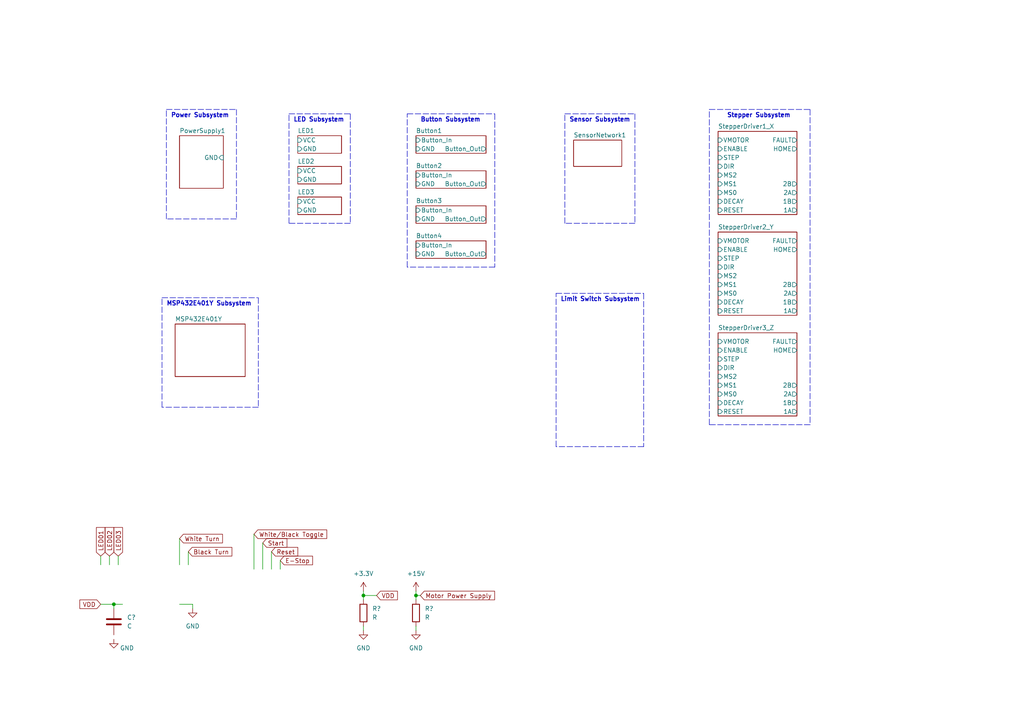
<source format=kicad_sch>
(kicad_sch (version 20211123) (generator eeschema)

  (uuid 724c0081-39e8-4eb2-8821-50e5b8b14ba5)

  (paper "A4")

  (title_block
    (title "Top Level Schematic")
    (rev "1")
    (company "The Great Gambit")
  )

  (lib_symbols
    (symbol "Device:C" (pin_numbers hide) (pin_names (offset 0.254)) (in_bom yes) (on_board yes)
      (property "Reference" "C" (id 0) (at 0.635 2.54 0)
        (effects (font (size 1.27 1.27)) (justify left))
      )
      (property "Value" "C" (id 1) (at 0.635 -2.54 0)
        (effects (font (size 1.27 1.27)) (justify left))
      )
      (property "Footprint" "" (id 2) (at 0.9652 -3.81 0)
        (effects (font (size 1.27 1.27)) hide)
      )
      (property "Datasheet" "~" (id 3) (at 0 0 0)
        (effects (font (size 1.27 1.27)) hide)
      )
      (property "ki_keywords" "cap capacitor" (id 4) (at 0 0 0)
        (effects (font (size 1.27 1.27)) hide)
      )
      (property "ki_description" "Unpolarized capacitor" (id 5) (at 0 0 0)
        (effects (font (size 1.27 1.27)) hide)
      )
      (property "ki_fp_filters" "C_*" (id 6) (at 0 0 0)
        (effects (font (size 1.27 1.27)) hide)
      )
      (symbol "C_0_1"
        (polyline
          (pts
            (xy -2.032 -0.762)
            (xy 2.032 -0.762)
          )
          (stroke (width 0.508) (type default) (color 0 0 0 0))
          (fill (type none))
        )
        (polyline
          (pts
            (xy -2.032 0.762)
            (xy 2.032 0.762)
          )
          (stroke (width 0.508) (type default) (color 0 0 0 0))
          (fill (type none))
        )
      )
      (symbol "C_1_1"
        (pin passive line (at 0 3.81 270) (length 2.794)
          (name "~" (effects (font (size 1.27 1.27))))
          (number "1" (effects (font (size 1.27 1.27))))
        )
        (pin passive line (at 0 -3.81 90) (length 2.794)
          (name "~" (effects (font (size 1.27 1.27))))
          (number "2" (effects (font (size 1.27 1.27))))
        )
      )
    )
    (symbol "Device:R" (pin_numbers hide) (pin_names (offset 0)) (in_bom yes) (on_board yes)
      (property "Reference" "R" (id 0) (at 2.032 0 90)
        (effects (font (size 1.27 1.27)))
      )
      (property "Value" "R" (id 1) (at 0 0 90)
        (effects (font (size 1.27 1.27)))
      )
      (property "Footprint" "" (id 2) (at -1.778 0 90)
        (effects (font (size 1.27 1.27)) hide)
      )
      (property "Datasheet" "~" (id 3) (at 0 0 0)
        (effects (font (size 1.27 1.27)) hide)
      )
      (property "ki_keywords" "R res resistor" (id 4) (at 0 0 0)
        (effects (font (size 1.27 1.27)) hide)
      )
      (property "ki_description" "Resistor" (id 5) (at 0 0 0)
        (effects (font (size 1.27 1.27)) hide)
      )
      (property "ki_fp_filters" "R_*" (id 6) (at 0 0 0)
        (effects (font (size 1.27 1.27)) hide)
      )
      (symbol "R_0_1"
        (rectangle (start -1.016 -2.54) (end 1.016 2.54)
          (stroke (width 0.254) (type default) (color 0 0 0 0))
          (fill (type none))
        )
      )
      (symbol "R_1_1"
        (pin passive line (at 0 3.81 270) (length 1.27)
          (name "~" (effects (font (size 1.27 1.27))))
          (number "1" (effects (font (size 1.27 1.27))))
        )
        (pin passive line (at 0 -3.81 90) (length 1.27)
          (name "~" (effects (font (size 1.27 1.27))))
          (number "2" (effects (font (size 1.27 1.27))))
        )
      )
    )
    (symbol "power:+15V" (power) (pin_names (offset 0)) (in_bom yes) (on_board yes)
      (property "Reference" "#PWR" (id 0) (at 0 -3.81 0)
        (effects (font (size 1.27 1.27)) hide)
      )
      (property "Value" "+15V" (id 1) (at 0 3.556 0)
        (effects (font (size 1.27 1.27)))
      )
      (property "Footprint" "" (id 2) (at 0 0 0)
        (effects (font (size 1.27 1.27)) hide)
      )
      (property "Datasheet" "" (id 3) (at 0 0 0)
        (effects (font (size 1.27 1.27)) hide)
      )
      (property "ki_keywords" "power-flag" (id 4) (at 0 0 0)
        (effects (font (size 1.27 1.27)) hide)
      )
      (property "ki_description" "Power symbol creates a global label with name \"+15V\"" (id 5) (at 0 0 0)
        (effects (font (size 1.27 1.27)) hide)
      )
      (symbol "+15V_0_1"
        (polyline
          (pts
            (xy -0.762 1.27)
            (xy 0 2.54)
          )
          (stroke (width 0) (type default) (color 0 0 0 0))
          (fill (type none))
        )
        (polyline
          (pts
            (xy 0 0)
            (xy 0 2.54)
          )
          (stroke (width 0) (type default) (color 0 0 0 0))
          (fill (type none))
        )
        (polyline
          (pts
            (xy 0 2.54)
            (xy 0.762 1.27)
          )
          (stroke (width 0) (type default) (color 0 0 0 0))
          (fill (type none))
        )
      )
      (symbol "+15V_1_1"
        (pin power_in line (at 0 0 90) (length 0) hide
          (name "+15V" (effects (font (size 1.27 1.27))))
          (number "1" (effects (font (size 1.27 1.27))))
        )
      )
    )
    (symbol "power:+3.3V" (power) (pin_names (offset 0)) (in_bom yes) (on_board yes)
      (property "Reference" "#PWR" (id 0) (at 0 -3.81 0)
        (effects (font (size 1.27 1.27)) hide)
      )
      (property "Value" "+3.3V" (id 1) (at 0 3.556 0)
        (effects (font (size 1.27 1.27)))
      )
      (property "Footprint" "" (id 2) (at 0 0 0)
        (effects (font (size 1.27 1.27)) hide)
      )
      (property "Datasheet" "" (id 3) (at 0 0 0)
        (effects (font (size 1.27 1.27)) hide)
      )
      (property "ki_keywords" "power-flag" (id 4) (at 0 0 0)
        (effects (font (size 1.27 1.27)) hide)
      )
      (property "ki_description" "Power symbol creates a global label with name \"+3.3V\"" (id 5) (at 0 0 0)
        (effects (font (size 1.27 1.27)) hide)
      )
      (symbol "+3.3V_0_1"
        (polyline
          (pts
            (xy -0.762 1.27)
            (xy 0 2.54)
          )
          (stroke (width 0) (type default) (color 0 0 0 0))
          (fill (type none))
        )
        (polyline
          (pts
            (xy 0 0)
            (xy 0 2.54)
          )
          (stroke (width 0) (type default) (color 0 0 0 0))
          (fill (type none))
        )
        (polyline
          (pts
            (xy 0 2.54)
            (xy 0.762 1.27)
          )
          (stroke (width 0) (type default) (color 0 0 0 0))
          (fill (type none))
        )
      )
      (symbol "+3.3V_1_1"
        (pin power_in line (at 0 0 90) (length 0) hide
          (name "+3.3V" (effects (font (size 1.27 1.27))))
          (number "1" (effects (font (size 1.27 1.27))))
        )
      )
    )
    (symbol "power:GND" (power) (pin_names (offset 0)) (in_bom yes) (on_board yes)
      (property "Reference" "#PWR" (id 0) (at 0 -6.35 0)
        (effects (font (size 1.27 1.27)) hide)
      )
      (property "Value" "GND" (id 1) (at 0 -3.81 0)
        (effects (font (size 1.27 1.27)))
      )
      (property "Footprint" "" (id 2) (at 0 0 0)
        (effects (font (size 1.27 1.27)) hide)
      )
      (property "Datasheet" "" (id 3) (at 0 0 0)
        (effects (font (size 1.27 1.27)) hide)
      )
      (property "ki_keywords" "power-flag" (id 4) (at 0 0 0)
        (effects (font (size 1.27 1.27)) hide)
      )
      (property "ki_description" "Power symbol creates a global label with name \"GND\" , ground" (id 5) (at 0 0 0)
        (effects (font (size 1.27 1.27)) hide)
      )
      (symbol "GND_0_1"
        (polyline
          (pts
            (xy 0 0)
            (xy 0 -1.27)
            (xy 1.27 -1.27)
            (xy 0 -2.54)
            (xy -1.27 -1.27)
            (xy 0 -1.27)
          )
          (stroke (width 0) (type default) (color 0 0 0 0))
          (fill (type none))
        )
      )
      (symbol "GND_1_1"
        (pin power_in line (at 0 0 270) (length 0) hide
          (name "GND" (effects (font (size 1.27 1.27))))
          (number "1" (effects (font (size 1.27 1.27))))
        )
      )
    )
  )

  (junction (at 105.41 172.72) (diameter 0) (color 0 0 0 0)
    (uuid 500cf792-7a37-41ca-83c5-0c76b22a77f7)
  )
  (junction (at 33.02 175.26) (diameter 0) (color 0 0 0 0)
    (uuid 95a22768-e8c6-4d0a-af9f-234d9c5b5dd2)
  )
  (junction (at 120.65 172.72) (diameter 0) (color 0 0 0 0)
    (uuid c6f7d459-94b5-4a58-bd85-bcb567609b94)
  )

  (polyline (pts (xy 46.99 86.36) (xy 74.93 86.36))
    (stroke (width 0) (type default) (color 0 0 0 0))
    (uuid 045532c6-e4af-435a-a2bf-2c9af6b39083)
  )
  (polyline (pts (xy 161.29 129.54) (xy 161.29 85.09))
    (stroke (width 0) (type default) (color 0 0 0 0))
    (uuid 0477862b-7d86-400f-b993-98eb4368169c)
  )

  (wire (pts (xy 52.07 156.21) (xy 52.07 163.83))
    (stroke (width 0) (type default) (color 0 0 0 0))
    (uuid 09e9ea39-74ac-450c-bc43-e2eb6c0b0fc4)
  )
  (polyline (pts (xy 46.99 118.11) (xy 46.99 86.36))
    (stroke (width 0) (type default) (color 0 0 0 0))
    (uuid 0c09d869-3869-45d7-85aa-989b48ec4861)
  )

  (wire (pts (xy 120.65 171.45) (xy 120.65 172.72))
    (stroke (width 0) (type default) (color 0 0 0 0))
    (uuid 0cb2e70c-f5f3-49aa-a901-b496bdbbf826)
  )
  (wire (pts (xy 120.65 172.72) (xy 121.92 172.72))
    (stroke (width 0) (type default) (color 0 0 0 0))
    (uuid 1116c213-5655-437a-ac54-9bdf72a727cf)
  )
  (polyline (pts (xy 205.74 31.75) (xy 234.95 31.75))
    (stroke (width 0) (type default) (color 0 0 0 0))
    (uuid 11c965b4-d28c-40af-9bbd-fe42ad0a6f5e)
  )
  (polyline (pts (xy 48.26 31.75) (xy 68.58 31.75))
    (stroke (width 0) (type default) (color 0 0 0 0))
    (uuid 1478a58a-9757-4aca-a73b-8a4195a70e74)
  )
  (polyline (pts (xy 83.82 64.77) (xy 83.82 33.02))
    (stroke (width 0) (type default) (color 0 0 0 0))
    (uuid 17c73f8c-aeae-4585-b55b-4b21b3d036d5)
  )

  (wire (pts (xy 31.75 161.29) (xy 31.75 163.83))
    (stroke (width 0) (type default) (color 0 0 0 0))
    (uuid 1b1abb82-9d41-4f28-94de-91fc146e6d9c)
  )
  (wire (pts (xy 120.65 181.61) (xy 120.65 182.88))
    (stroke (width 0) (type default) (color 0 0 0 0))
    (uuid 20145071-d07c-4be4-80d7-0def6f05b64e)
  )
  (wire (pts (xy 105.41 181.61) (xy 105.41 182.88))
    (stroke (width 0) (type default) (color 0 0 0 0))
    (uuid 28ea852c-3e5c-4a30-831e-4421e8f6ccf5)
  )
  (polyline (pts (xy 234.95 123.19) (xy 205.74 123.19))
    (stroke (width 0) (type default) (color 0 0 0 0))
    (uuid 2fc4cd92-582e-4f3c-b4c2-73e461c4d115)
  )
  (polyline (pts (xy 101.6 64.77) (xy 83.82 64.77))
    (stroke (width 0) (type default) (color 0 0 0 0))
    (uuid 36446509-965c-452f-b935-5a817fea2626)
  )
  (polyline (pts (xy 68.58 63.5) (xy 48.26 63.5))
    (stroke (width 0) (type default) (color 0 0 0 0))
    (uuid 419002a2-539d-4d9f-a9d8-7b4c9d52b2f0)
  )
  (polyline (pts (xy 163.83 64.77) (xy 163.83 33.02))
    (stroke (width 0) (type default) (color 0 0 0 0))
    (uuid 4560caf4-6759-41dc-ab21-d1a0a54474c0)
  )

  (wire (pts (xy 109.22 172.72) (xy 105.41 172.72))
    (stroke (width 0) (type default) (color 0 0 0 0))
    (uuid 4f61bfbe-4b8e-48a5-897d-59500bc273b6)
  )
  (polyline (pts (xy 184.15 64.77) (xy 163.83 64.77))
    (stroke (width 0) (type default) (color 0 0 0 0))
    (uuid 67cc0a03-7c81-4ae9-88b7-bd637cf75d4a)
  )

  (wire (pts (xy 54.61 160.02) (xy 54.61 163.83))
    (stroke (width 0) (type default) (color 0 0 0 0))
    (uuid 7298b4cd-7829-4f14-a157-4bea9facb2ad)
  )
  (wire (pts (xy 29.21 161.29) (xy 29.21 163.83))
    (stroke (width 0) (type default) (color 0 0 0 0))
    (uuid 7495ef03-9d65-4342-b052-d9f359e8a6a6)
  )
  (polyline (pts (xy 186.69 85.09) (xy 186.69 129.54))
    (stroke (width 0) (type default) (color 0 0 0 0))
    (uuid 78568a21-69c3-4dd8-97f1-d79d1150210e)
  )

  (wire (pts (xy 105.41 171.45) (xy 105.41 172.72))
    (stroke (width 0) (type default) (color 0 0 0 0))
    (uuid 7d673747-1534-4810-addb-d0e9b8b6fee2)
  )
  (polyline (pts (xy 74.93 118.11) (xy 46.99 118.11))
    (stroke (width 0) (type default) (color 0 0 0 0))
    (uuid 86e9b92c-a2ec-43b5-81df-7dcaeba7fa38)
  )
  (polyline (pts (xy 101.6 33.02) (xy 101.6 64.77))
    (stroke (width 0) (type default) (color 0 0 0 0))
    (uuid 88bc031d-0cac-4afb-b5f1-3e8b6840adb7)
  )
  (polyline (pts (xy 68.58 31.75) (xy 68.58 63.5))
    (stroke (width 0) (type default) (color 0 0 0 0))
    (uuid 8ba001b3-18a0-4a11-8bdf-c86b31e50db9)
  )
  (polyline (pts (xy 143.51 77.47) (xy 118.11 77.47))
    (stroke (width 0) (type default) (color 0 0 0 0))
    (uuid 8ed6a821-b04b-4e7d-ac74-81a156dc3e45)
  )
  (polyline (pts (xy 161.29 85.09) (xy 186.69 85.09))
    (stroke (width 0) (type default) (color 0 0 0 0))
    (uuid 90269f7c-a94e-41a8-83bc-1361a8ac10b2)
  )
  (polyline (pts (xy 118.11 33.02) (xy 143.51 33.02))
    (stroke (width 0) (type default) (color 0 0 0 0))
    (uuid 95064ed5-5bf5-4c33-bb50-d7f1d519b52a)
  )

  (wire (pts (xy 105.41 172.72) (xy 105.41 173.99))
    (stroke (width 0) (type default) (color 0 0 0 0))
    (uuid 9b55d37a-c521-4cac-b79d-64c6672421e6)
  )
  (wire (pts (xy 55.88 175.26) (xy 55.88 176.53))
    (stroke (width 0) (type default) (color 0 0 0 0))
    (uuid a210f155-c4d4-45cb-a406-f34ae6c2c5c6)
  )
  (polyline (pts (xy 74.93 86.36) (xy 74.93 118.11))
    (stroke (width 0) (type default) (color 0 0 0 0))
    (uuid a464f191-8b96-46ac-876b-f4de3c2ad290)
  )
  (polyline (pts (xy 48.26 63.5) (xy 48.26 31.75))
    (stroke (width 0) (type default) (color 0 0 0 0))
    (uuid a89ee0d3-ffed-49a2-8869-740c53f925a9)
  )
  (polyline (pts (xy 184.15 33.02) (xy 184.15 64.77))
    (stroke (width 0) (type default) (color 0 0 0 0))
    (uuid ac19118c-e30d-43ca-acd3-fe1ed5641dd0)
  )
  (polyline (pts (xy 163.83 33.02) (xy 184.15 33.02))
    (stroke (width 0) (type default) (color 0 0 0 0))
    (uuid b0930fbb-5a81-4db2-8615-838e0dbc9935)
  )

  (wire (pts (xy 52.07 175.26) (xy 55.88 175.26))
    (stroke (width 0) (type default) (color 0 0 0 0))
    (uuid bb352fc5-38af-4564-8174-ac6c2cb13f85)
  )
  (polyline (pts (xy 118.11 77.47) (xy 118.11 33.02))
    (stroke (width 0) (type default) (color 0 0 0 0))
    (uuid bb408cbf-7cab-437b-bdeb-4457b8ceba87)
  )

  (wire (pts (xy 73.66 154.94) (xy 73.66 165.1))
    (stroke (width 0) (type default) (color 0 0 0 0))
    (uuid bb8f346f-d404-4078-9280-be5d56be45a2)
  )
  (wire (pts (xy 120.65 172.72) (xy 120.65 173.99))
    (stroke (width 0) (type default) (color 0 0 0 0))
    (uuid bb9efc33-d178-4929-ab9d-2c96b7651d52)
  )
  (wire (pts (xy 76.2 157.48) (xy 76.2 165.1))
    (stroke (width 0) (type default) (color 0 0 0 0))
    (uuid c1599533-e891-44a9-9dff-807045ea22de)
  )
  (wire (pts (xy 34.29 161.29) (xy 34.29 163.83))
    (stroke (width 0) (type default) (color 0 0 0 0))
    (uuid c47e800d-17a2-4c90-aa68-0c603f32bbb5)
  )
  (polyline (pts (xy 205.74 123.19) (xy 205.74 31.75))
    (stroke (width 0) (type default) (color 0 0 0 0))
    (uuid c743078b-1ebf-41d6-8514-e8e1e3d4c712)
  )

  (wire (pts (xy 29.21 175.26) (xy 33.02 175.26))
    (stroke (width 0) (type default) (color 0 0 0 0))
    (uuid d412956d-ef6f-447e-9afa-4e4d9eeb291e)
  )
  (polyline (pts (xy 186.69 129.54) (xy 161.29 129.54))
    (stroke (width 0) (type default) (color 0 0 0 0))
    (uuid d7591539-35c0-438a-96e5-8bed233d8a47)
  )

  (wire (pts (xy 78.74 160.02) (xy 78.74 165.1))
    (stroke (width 0) (type default) (color 0 0 0 0))
    (uuid e8daee95-76e3-4dd4-a0bd-a0fcccf5474b)
  )
  (wire (pts (xy 81.28 162.56) (xy 81.28 165.1))
    (stroke (width 0) (type default) (color 0 0 0 0))
    (uuid ed333343-9408-494b-b066-b74448cad848)
  )
  (polyline (pts (xy 234.95 31.75) (xy 234.95 123.19))
    (stroke (width 0) (type default) (color 0 0 0 0))
    (uuid ef37a29a-6ae6-4e22-9ea2-129a3c3943d8)
  )

  (wire (pts (xy 33.02 175.26) (xy 33.02 176.53))
    (stroke (width 0) (type default) (color 0 0 0 0))
    (uuid f419a4c4-73f2-4739-83cc-9a6629dc1213)
  )
  (polyline (pts (xy 83.82 33.02) (xy 101.6 33.02))
    (stroke (width 0) (type default) (color 0 0 0 0))
    (uuid f6e03c42-171e-4803-bccd-f1cc0a19c815)
  )

  (wire (pts (xy 33.02 175.26) (xy 35.56 175.26))
    (stroke (width 0) (type default) (color 0 0 0 0))
    (uuid f8a353b9-ee47-46b1-901d-8cd56ca7e137)
  )
  (polyline (pts (xy 143.51 33.02) (xy 143.51 77.47))
    (stroke (width 0) (type default) (color 0 0 0 0))
    (uuid f9b8849f-7fad-4355-88f4-e94b6d67feb2)
  )

  (text "Limit Switch Subsystem" (at 162.56 87.63 0)
    (effects (font (size 1.27 1.27) (thickness 0.254) bold) (justify left bottom))
    (uuid 003d85f9-5fbc-49c6-a98b-4d3c5d95d9e0)
  )
  (text "Stepper Subsystem" (at 210.82 34.29 0)
    (effects (font (size 1.27 1.27) (thickness 0.254) bold) (justify left bottom))
    (uuid 73bd2bd6-fa0a-4b9c-a00d-28d12abf0789)
  )
  (text "Sensor Subsystem" (at 165.1 35.56 0)
    (effects (font (size 1.27 1.27) (thickness 0.254) bold) (justify left bottom))
    (uuid 79580f08-22eb-44da-9cb9-284dce9296f5)
  )
  (text "LED Subsystem" (at 85.09 35.56 0)
    (effects (font (size 1.27 1.27) (thickness 0.254) bold) (justify left bottom))
    (uuid c528e0d2-b93e-4dc2-8190-587cc587663a)
  )
  (text "Power Subsystem" (at 49.53 34.29 0)
    (effects (font (size 1.27 1.27) (thickness 0.254) bold) (justify left bottom))
    (uuid c9f4e911-8072-467f-9d37-4c3c52cdece5)
  )
  (text "MSP432E401Y Subsystem\n" (at 48.26 88.9 0)
    (effects (font (size 1.27 1.27) (thickness 0.254) bold) (justify left bottom))
    (uuid f400b75f-a1b9-4fbd-9d88-17f89b6b4e9c)
  )
  (text "Button Subsystem" (at 121.92 35.56 0)
    (effects (font (size 1.27 1.27) (thickness 0.254) bold) (justify left bottom))
    (uuid f7d97e1c-67c3-447b-ba4a-0340c2c64c86)
  )

  (global_label "E-Stop" (shape input) (at 81.28 162.56 0) (fields_autoplaced)
    (effects (font (size 1.27 1.27)) (justify left))
    (uuid 0dc370da-037f-4281-98b1-9881d21d2fa5)
    (property "Intersheet References" "${INTERSHEET_REFS}" (id 0) (at 90.6479 162.4806 0)
      (effects (font (size 1.27 1.27)) (justify left) hide)
    )
  )
  (global_label "LED02" (shape input) (at 31.75 161.29 90) (fields_autoplaced)
    (effects (font (size 1.27 1.27)) (justify left))
    (uuid 1f2e3455-b406-4397-a0f9-64b7f13de862)
    (property "Intersheet References" "${INTERSHEET_REFS}" (id 0) (at 31.6706 153.0107 90)
      (effects (font (size 1.27 1.27)) (justify left) hide)
    )
  )
  (global_label "White{slash}Black Toggle" (shape input) (at 73.66 154.94 0) (fields_autoplaced)
    (effects (font (size 1.27 1.27)) (justify left))
    (uuid 24104c77-5e3e-4e29-98f7-62adfd6dc2f6)
    (property "Intersheet References" "${INTERSHEET_REFS}" (id 0) (at 94.7602 154.8606 0)
      (effects (font (size 1.27 1.27)) (justify left) hide)
    )
  )
  (global_label "White Turn" (shape input) (at 52.07 156.21 0) (fields_autoplaced)
    (effects (font (size 1.27 1.27)) (justify left))
    (uuid 2cfd9c0a-7005-4d46-b2bf-444c6d1e77a2)
    (property "Intersheet References" "${INTERSHEET_REFS}" (id 0) (at 64.5221 156.1306 0)
      (effects (font (size 1.27 1.27)) (justify left) hide)
    )
  )
  (global_label "VDD" (shape input) (at 109.22 172.72 0) (fields_autoplaced)
    (effects (font (size 1.27 1.27)) (justify left))
    (uuid 6a96ad2e-f1ae-410c-ac09-0194679af770)
    (property "Intersheet References" "${INTERSHEET_REFS}" (id 0) (at 115.2617 172.6406 0)
      (effects (font (size 1.27 1.27)) (justify left) hide)
    )
  )
  (global_label "LED03" (shape input) (at 34.29 161.29 90) (fields_autoplaced)
    (effects (font (size 1.27 1.27)) (justify left))
    (uuid 6b6d37fb-e347-40cd-87c2-8b425aa883ff)
    (property "Intersheet References" "${INTERSHEET_REFS}" (id 0) (at 34.2106 153.0107 90)
      (effects (font (size 1.27 1.27)) (justify left) hide)
    )
  )
  (global_label "Start" (shape input) (at 76.2 157.48 0) (fields_autoplaced)
    (effects (font (size 1.27 1.27)) (justify left))
    (uuid a86ecde0-5adc-4a88-8520-d9c40a15aa9f)
    (property "Intersheet References" "${INTERSHEET_REFS}" (id 0) (at 83.2093 157.4006 0)
      (effects (font (size 1.27 1.27)) (justify left) hide)
    )
  )
  (global_label "LED01" (shape input) (at 29.21 161.29 90) (fields_autoplaced)
    (effects (font (size 1.27 1.27)) (justify left))
    (uuid ac7b2b09-6d20-4dfc-bbf8-44927acf149e)
    (property "Intersheet References" "${INTERSHEET_REFS}" (id 0) (at 29.1306 153.0107 90)
      (effects (font (size 1.27 1.27)) (justify left) hide)
    )
  )
  (global_label "Reset" (shape input) (at 78.74 160.02 0) (fields_autoplaced)
    (effects (font (size 1.27 1.27)) (justify left))
    (uuid b9b56116-5a4c-4166-b2bb-3cdad995975c)
    (property "Intersheet References" "${INTERSHEET_REFS}" (id 0) (at 86.3541 159.9406 0)
      (effects (font (size 1.27 1.27)) (justify left) hide)
    )
  )
  (global_label "VDD" (shape input) (at 29.21 175.26 180) (fields_autoplaced)
    (effects (font (size 1.27 1.27)) (justify right))
    (uuid c3749da2-02bc-4d6f-bffe-014244757fdb)
    (property "Intersheet References" "${INTERSHEET_REFS}" (id 0) (at 23.1683 175.1806 0)
      (effects (font (size 1.27 1.27)) (justify right) hide)
    )
  )
  (global_label "Black Turn" (shape input) (at 54.61 160.02 0) (fields_autoplaced)
    (effects (font (size 1.27 1.27)) (justify left))
    (uuid d1e5dcc8-9d8a-40c4-9c86-3ea12968a580)
    (property "Intersheet References" "${INTERSHEET_REFS}" (id 0) (at 67.2436 159.9406 0)
      (effects (font (size 1.27 1.27)) (justify left) hide)
    )
  )
  (global_label "Motor Power Supply" (shape input) (at 121.92 172.72 0) (fields_autoplaced)
    (effects (font (size 1.27 1.27)) (justify left))
    (uuid de485791-89c2-4c70-897c-34c4f8cb4916)
    (property "Intersheet References" "${INTERSHEET_REFS}" (id 0) (at 143.4436 172.6406 0)
      (effects (font (size 1.27 1.27)) (justify left) hide)
    )
  )

  (symbol (lib_id "power:GND") (at 55.88 176.53 0) (unit 1)
    (in_bom yes) (on_board yes) (fields_autoplaced)
    (uuid 13ff3b3c-eaa7-4311-a189-abe21ff1145f)
    (property "Reference" "#PWR?" (id 0) (at 55.88 182.88 0)
      (effects (font (size 1.27 1.27)) hide)
    )
    (property "Value" "GND" (id 1) (at 55.88 181.61 0))
    (property "Footprint" "" (id 2) (at 55.88 176.53 0)
      (effects (font (size 1.27 1.27)) hide)
    )
    (property "Datasheet" "" (id 3) (at 55.88 176.53 0)
      (effects (font (size 1.27 1.27)) hide)
    )
    (pin "1" (uuid ac59a9df-a5e9-4a36-addd-7c53c518ae71))
  )

  (symbol (lib_id "power:GND") (at 120.65 182.88 0) (unit 1)
    (in_bom yes) (on_board yes) (fields_autoplaced)
    (uuid 67d449bb-fbbd-49c5-b409-8365ae2e9e5f)
    (property "Reference" "#PWR?" (id 0) (at 120.65 189.23 0)
      (effects (font (size 1.27 1.27)) hide)
    )
    (property "Value" "GND" (id 1) (at 120.65 187.96 0))
    (property "Footprint" "" (id 2) (at 120.65 182.88 0)
      (effects (font (size 1.27 1.27)) hide)
    )
    (property "Datasheet" "" (id 3) (at 120.65 182.88 0)
      (effects (font (size 1.27 1.27)) hide)
    )
    (pin "1" (uuid f12bb670-ec8e-4b46-8277-b1726d29de51))
  )

  (symbol (lib_id "power:+3.3V") (at 105.41 171.45 0) (unit 1)
    (in_bom yes) (on_board yes) (fields_autoplaced)
    (uuid 8604cd1c-f6e6-4c14-9ad3-c9d962e8831c)
    (property "Reference" "#PWR?" (id 0) (at 105.41 175.26 0)
      (effects (font (size 1.27 1.27)) hide)
    )
    (property "Value" "+3.3V" (id 1) (at 105.41 166.37 0))
    (property "Footprint" "" (id 2) (at 105.41 171.45 0)
      (effects (font (size 1.27 1.27)) hide)
    )
    (property "Datasheet" "" (id 3) (at 105.41 171.45 0)
      (effects (font (size 1.27 1.27)) hide)
    )
    (pin "1" (uuid 0b732846-a198-4302-a126-04e0ead687b4))
  )

  (symbol (lib_id "power:GND") (at 105.41 182.88 0) (unit 1)
    (in_bom yes) (on_board yes) (fields_autoplaced)
    (uuid a05158df-64e2-4425-9c61-0837dc71dbc2)
    (property "Reference" "#PWR?" (id 0) (at 105.41 189.23 0)
      (effects (font (size 1.27 1.27)) hide)
    )
    (property "Value" "GND" (id 1) (at 105.41 187.96 0))
    (property "Footprint" "" (id 2) (at 105.41 182.88 0)
      (effects (font (size 1.27 1.27)) hide)
    )
    (property "Datasheet" "" (id 3) (at 105.41 182.88 0)
      (effects (font (size 1.27 1.27)) hide)
    )
    (pin "1" (uuid 394bfbc2-95d5-423e-bad9-7f7a085d4c60))
  )

  (symbol (lib_id "power:+15V") (at 120.65 171.45 0) (unit 1)
    (in_bom yes) (on_board yes) (fields_autoplaced)
    (uuid a495e8b1-908a-40e5-a372-b9d2e75d6b38)
    (property "Reference" "#PWR?" (id 0) (at 120.65 175.26 0)
      (effects (font (size 1.27 1.27)) hide)
    )
    (property "Value" "+15V" (id 1) (at 120.65 166.37 0))
    (property "Footprint" "" (id 2) (at 120.65 171.45 0)
      (effects (font (size 1.27 1.27)) hide)
    )
    (property "Datasheet" "" (id 3) (at 120.65 171.45 0)
      (effects (font (size 1.27 1.27)) hide)
    )
    (pin "1" (uuid 30791898-5fb4-4f40-ac6c-7d1a009c8ccc))
  )

  (symbol (lib_id "power:GND") (at 33.02 185.42 0) (unit 1)
    (in_bom yes) (on_board yes)
    (uuid c3d45c2f-6242-4aca-8cdc-01054364dba4)
    (property "Reference" "#PWR?" (id 0) (at 33.02 191.77 0)
      (effects (font (size 1.27 1.27)) hide)
    )
    (property "Value" "GND" (id 1) (at 36.83 187.96 0))
    (property "Footprint" "" (id 2) (at 33.02 185.42 0)
      (effects (font (size 1.27 1.27)) hide)
    )
    (property "Datasheet" "" (id 3) (at 33.02 185.42 0)
      (effects (font (size 1.27 1.27)) hide)
    )
    (pin "1" (uuid 2b36b5dc-578f-4d99-9032-ccb97b9396fe))
  )

  (symbol (lib_id "Device:C") (at 33.02 180.34 0) (unit 1)
    (in_bom yes) (on_board yes) (fields_autoplaced)
    (uuid db4232b5-4072-466d-8bcc-48365736c7c6)
    (property "Reference" "C?" (id 0) (at 36.83 179.0699 0)
      (effects (font (size 1.27 1.27)) (justify left))
    )
    (property "Value" "C" (id 1) (at 36.83 181.6099 0)
      (effects (font (size 1.27 1.27)) (justify left))
    )
    (property "Footprint" "" (id 2) (at 33.9852 184.15 0)
      (effects (font (size 1.27 1.27)) hide)
    )
    (property "Datasheet" "~" (id 3) (at 33.02 180.34 0)
      (effects (font (size 1.27 1.27)) hide)
    )
    (pin "1" (uuid cfeffea7-6088-488a-986e-720fd55f477b))
    (pin "2" (uuid 38faffda-c420-4ffc-9683-af059fe66a83))
  )

  (symbol (lib_id "Device:R") (at 105.41 177.8 0) (unit 1)
    (in_bom yes) (on_board yes) (fields_autoplaced)
    (uuid e84568a8-7d2c-474b-a42e-4fc3cb0ebfa5)
    (property "Reference" "R?" (id 0) (at 107.95 176.5299 0)
      (effects (font (size 1.27 1.27)) (justify left))
    )
    (property "Value" "R" (id 1) (at 107.95 179.0699 0)
      (effects (font (size 1.27 1.27)) (justify left))
    )
    (property "Footprint" "" (id 2) (at 103.632 177.8 90)
      (effects (font (size 1.27 1.27)) hide)
    )
    (property "Datasheet" "~" (id 3) (at 105.41 177.8 0)
      (effects (font (size 1.27 1.27)) hide)
    )
    (pin "1" (uuid 07645024-d286-4684-9c6c-f1422d956730))
    (pin "2" (uuid c6931ef4-1e4d-43b1-ae97-8fd5a88fb86f))
  )

  (symbol (lib_id "Device:R") (at 120.65 177.8 0) (unit 1)
    (in_bom yes) (on_board yes) (fields_autoplaced)
    (uuid e9ebf815-f4db-4214-aaad-29d8a4136113)
    (property "Reference" "R?" (id 0) (at 123.19 176.5299 0)
      (effects (font (size 1.27 1.27)) (justify left))
    )
    (property "Value" "R" (id 1) (at 123.19 179.0699 0)
      (effects (font (size 1.27 1.27)) (justify left))
    )
    (property "Footprint" "" (id 2) (at 118.872 177.8 90)
      (effects (font (size 1.27 1.27)) hide)
    )
    (property "Datasheet" "~" (id 3) (at 120.65 177.8 0)
      (effects (font (size 1.27 1.27)) hide)
    )
    (pin "1" (uuid 4de5ba58-e84b-4276-a65d-c16e5f3e1544))
    (pin "2" (uuid 5607b5c0-38b9-4db0-9569-a96f3af9bb50))
  )

  (sheet (at 120.65 49.53) (size 20.32 5.08) (fields_autoplaced)
    (stroke (width 0.1524) (type solid) (color 0 0 0 0))
    (fill (color 0 0 0 0.0000))
    (uuid 0ff37166-a71a-47a9-937d-23fd840229ab)
    (property "Sheet name" "Button2" (id 0) (at 120.65 48.8184 0)
      (effects (font (size 1.27 1.27)) (justify left bottom))
    )
    (property "Sheet file" "../Button_Subsystem/Button.kicad_sch" (id 1) (at 120.65 55.1946 0)
      (effects (font (size 1.27 1.27)) (justify left top) hide)
    )
    (pin "GND" input (at 120.65 53.34 180)
      (effects (font (size 1.27 1.27)) (justify left))
      (uuid df731239-236e-41d3-a166-cafaaf0f72c3)
    )
    (pin "Button_Out" output (at 140.97 53.34 0)
      (effects (font (size 1.27 1.27)) (justify right))
      (uuid f1487d55-9f83-4496-84f4-efee1b60fab1)
    )
    (pin "Button_In" input (at 120.65 50.8 180)
      (effects (font (size 1.27 1.27)) (justify left))
      (uuid a4737632-ac60-4458-8ee9-4c9fb93fcbcd)
    )
  )

  (sheet (at 208.28 38.1) (size 22.86 24.13) (fields_autoplaced)
    (stroke (width 0.1524) (type solid) (color 0 0 0 0))
    (fill (color 0 0 0 0.0000))
    (uuid 369b5ae9-4af3-455b-8453-a585234168a6)
    (property "Sheet name" "StepperDriver1_X" (id 0) (at 208.28 37.3884 0)
      (effects (font (size 1.27 1.27)) (justify left bottom))
    )
    (property "Sheet file" "../Stepper_Subsystem/Stepper_Driver.kicad_sch" (id 1) (at 208.28 62.8146 0)
      (effects (font (size 1.27 1.27)) (justify left top) hide)
    )
    (pin "1B" output (at 231.14 58.42 0)
      (effects (font (size 1.27 1.27)) (justify right))
      (uuid 5c75d4ad-f475-4e80-9bad-f7ca564edab5)
    )
    (pin "2B" output (at 231.14 53.34 0)
      (effects (font (size 1.27 1.27)) (justify right))
      (uuid eb2a494e-ce52-458e-9119-503768e00ab2)
    )
    (pin "MS1" input (at 208.28 53.34 180)
      (effects (font (size 1.27 1.27)) (justify left))
      (uuid c63274e2-4fcb-4169-9c13-6158ecbd3fcc)
    )
    (pin "MS0" input (at 208.28 55.88 180)
      (effects (font (size 1.27 1.27)) (justify left))
      (uuid ff24d1ca-9416-4e15-af38-a933a9361a34)
    )
    (pin "2A" output (at 231.14 55.88 0)
      (effects (font (size 1.27 1.27)) (justify right))
      (uuid 6b82dac9-02ff-4dcb-90c4-a29cdc3d755e)
    )
    (pin "1A" output (at 231.14 60.96 0)
      (effects (font (size 1.27 1.27)) (justify right))
      (uuid 64556349-ee58-44f8-9860-48f088fbca43)
    )
    (pin "MS2" input (at 208.28 50.8 180)
      (effects (font (size 1.27 1.27)) (justify left))
      (uuid 09d2d043-be24-47b0-a8c2-f5386ccea2de)
    )
    (pin "STEP" input (at 208.28 45.72 180)
      (effects (font (size 1.27 1.27)) (justify left))
      (uuid dab58844-f7f5-4bf0-8c43-866ecac7abbb)
    )
    (pin "RESET" input (at 208.28 60.96 180)
      (effects (font (size 1.27 1.27)) (justify left))
      (uuid 0c8f1d7a-dc71-4695-8735-8912b18de6b7)
    )
    (pin "DIR" input (at 208.28 48.26 180)
      (effects (font (size 1.27 1.27)) (justify left))
      (uuid c2fcb705-7b0d-4afa-954a-6451fd70eb11)
    )
    (pin "ENABLE" input (at 208.28 43.18 180)
      (effects (font (size 1.27 1.27)) (justify left))
      (uuid 06f532af-3a5a-44af-8862-aea1647321bd)
    )
    (pin "DECAY" input (at 208.28 58.42 180)
      (effects (font (size 1.27 1.27)) (justify left))
      (uuid 1fc0ff01-7e49-433e-b65b-cf7d9ced4a8f)
    )
    (pin "HOME" output (at 231.14 43.18 0)
      (effects (font (size 1.27 1.27)) (justify right))
      (uuid 09425b88-3e3d-429e-8d03-d61c9178f394)
    )
    (pin "FAULT" output (at 231.14 40.64 0)
      (effects (font (size 1.27 1.27)) (justify right))
      (uuid 543fffcc-f7cb-4223-9705-c7741d8b5831)
    )
    (pin "VMOTOR" input (at 208.28 40.64 180)
      (effects (font (size 1.27 1.27)) (justify left))
      (uuid 240bcd5a-4350-45d3-9b1c-03eff0ac921d)
    )
  )

  (sheet (at 86.36 48.26) (size 12.7 5.08) (fields_autoplaced)
    (stroke (width 0.1524) (type solid) (color 0 0 0 0))
    (fill (color 0 0 0 0.0000))
    (uuid 647404c9-5ba1-4291-8ffe-ad0ab4836cd8)
    (property "Sheet name" "LED2" (id 0) (at 86.36 47.5484 0)
      (effects (font (size 1.27 1.27)) (justify left bottom))
    )
    (property "Sheet file" "../LED_Subsystem/LED.kicad_sch" (id 1) (at 86.36 53.9246 0)
      (effects (font (size 1.27 1.27)) (justify left top) hide)
    )
    (pin "VCC" input (at 86.36 49.53 180)
      (effects (font (size 1.27 1.27)) (justify left))
      (uuid beb1c6bf-e70f-4c35-9e4e-ef2bdc71d8b4)
    )
    (pin "GND" input (at 86.36 52.07 180)
      (effects (font (size 1.27 1.27)) (justify left))
      (uuid 17927fc9-5704-4b2b-b4d0-435b64b72ce9)
    )
  )

  (sheet (at 208.28 67.31) (size 22.86 24.13) (fields_autoplaced)
    (stroke (width 0.1524) (type solid) (color 0 0 0 0))
    (fill (color 0 0 0 0.0000))
    (uuid 69c9bf85-c31a-4094-90b8-a1614b909ff9)
    (property "Sheet name" "StepperDriver2_Y" (id 0) (at 208.28 66.5984 0)
      (effects (font (size 1.27 1.27)) (justify left bottom))
    )
    (property "Sheet file" "../Stepper_Subsystem/Stepper_Driver.kicad_sch" (id 1) (at 208.28 92.0246 0)
      (effects (font (size 1.27 1.27)) (justify left top) hide)
    )
    (pin "1B" output (at 231.14 87.63 0)
      (effects (font (size 1.27 1.27)) (justify right))
      (uuid 52ee0306-af86-4b1d-8f48-fe6956d18878)
    )
    (pin "2B" output (at 231.14 82.55 0)
      (effects (font (size 1.27 1.27)) (justify right))
      (uuid 443926bd-a8e8-4fef-ae82-0e6891138968)
    )
    (pin "MS1" input (at 208.28 82.55 180)
      (effects (font (size 1.27 1.27)) (justify left))
      (uuid 121ca4ea-c4d2-4e08-98c2-36bf815e7980)
    )
    (pin "MS0" input (at 208.28 85.09 180)
      (effects (font (size 1.27 1.27)) (justify left))
      (uuid 06691b2b-1a0c-40ad-91a2-f904cd51b93e)
    )
    (pin "2A" output (at 231.14 85.09 0)
      (effects (font (size 1.27 1.27)) (justify right))
      (uuid 623e71cc-9312-4ad4-a670-0effb40b4faa)
    )
    (pin "1A" output (at 231.14 90.17 0)
      (effects (font (size 1.27 1.27)) (justify right))
      (uuid c869c389-d0c8-4bd3-aacf-d6fb7911a318)
    )
    (pin "MS2" input (at 208.28 80.01 180)
      (effects (font (size 1.27 1.27)) (justify left))
      (uuid ac22b8b1-ac5d-40c8-9685-dd23c7d70de5)
    )
    (pin "STEP" input (at 208.28 74.93 180)
      (effects (font (size 1.27 1.27)) (justify left))
      (uuid 9986f9c6-f341-4277-b7b3-9bbecf0b0f52)
    )
    (pin "RESET" input (at 208.28 90.17 180)
      (effects (font (size 1.27 1.27)) (justify left))
      (uuid ba68c876-c121-4aa6-849c-2f0766d6254a)
    )
    (pin "DIR" input (at 208.28 77.47 180)
      (effects (font (size 1.27 1.27)) (justify left))
      (uuid d600a95b-d2bc-4fce-b986-48a6733cc3bb)
    )
    (pin "ENABLE" input (at 208.28 72.39 180)
      (effects (font (size 1.27 1.27)) (justify left))
      (uuid 85ac9912-3c17-4da9-ab9f-7db3d56b1cd1)
    )
    (pin "DECAY" input (at 208.28 87.63 180)
      (effects (font (size 1.27 1.27)) (justify left))
      (uuid 7a90824d-1576-42d6-b376-613721ab6836)
    )
    (pin "HOME" output (at 231.14 72.39 0)
      (effects (font (size 1.27 1.27)) (justify right))
      (uuid d574dc02-5820-4f0f-b802-e75ea1387627)
    )
    (pin "FAULT" output (at 231.14 69.85 0)
      (effects (font (size 1.27 1.27)) (justify right))
      (uuid b98b7f00-24a6-4db2-afae-53bf14f5356a)
    )
    (pin "VMOTOR" input (at 208.28 69.85 180)
      (effects (font (size 1.27 1.27)) (justify left))
      (uuid 7fff10eb-0811-4ab9-89d1-3bb2afdae23b)
    )
  )

  (sheet (at 208.28 96.52) (size 22.86 24.13) (fields_autoplaced)
    (stroke (width 0.1524) (type solid) (color 0 0 0 0))
    (fill (color 0 0 0 0.0000))
    (uuid 84630889-4c81-4427-b227-6a7d31e9afff)
    (property "Sheet name" "StepperDriver3_Z" (id 0) (at 208.28 95.8084 0)
      (effects (font (size 1.27 1.27)) (justify left bottom))
    )
    (property "Sheet file" "../Stepper_Subsystem/Stepper_Driver.kicad_sch" (id 1) (at 208.28 121.2346 0)
      (effects (font (size 1.27 1.27)) (justify left top) hide)
    )
    (pin "1B" output (at 231.14 116.84 0)
      (effects (font (size 1.27 1.27)) (justify right))
      (uuid 536bc108-9f63-49a1-bdd8-656c5e3288c5)
    )
    (pin "2B" output (at 231.14 111.76 0)
      (effects (font (size 1.27 1.27)) (justify right))
      (uuid 82501e88-7958-4e15-a4ff-8d881e2fadfc)
    )
    (pin "MS1" input (at 208.28 111.76 180)
      (effects (font (size 1.27 1.27)) (justify left))
      (uuid c1d0850b-a8ea-4a00-8f95-088e60dcba10)
    )
    (pin "MS0" input (at 208.28 114.3 180)
      (effects (font (size 1.27 1.27)) (justify left))
      (uuid 22442d6c-d414-4634-8164-430ae4a7bd30)
    )
    (pin "2A" output (at 231.14 114.3 0)
      (effects (font (size 1.27 1.27)) (justify right))
      (uuid 0ab79389-29cc-4d76-a7dd-13e1a3df4749)
    )
    (pin "1A" output (at 231.14 119.38 0)
      (effects (font (size 1.27 1.27)) (justify right))
      (uuid 66303d14-d862-4377-8cde-16cf056bbfa5)
    )
    (pin "MS2" input (at 208.28 109.22 180)
      (effects (font (size 1.27 1.27)) (justify left))
      (uuid 5025e883-006d-4635-9e1f-c2e9ad5ce766)
    )
    (pin "STEP" input (at 208.28 104.14 180)
      (effects (font (size 1.27 1.27)) (justify left))
      (uuid 4df002e5-b00e-4c36-b53b-dc11e9f76890)
    )
    (pin "RESET" input (at 208.28 119.38 180)
      (effects (font (size 1.27 1.27)) (justify left))
      (uuid 0856ae54-43dc-4960-9f95-da39b1baca4e)
    )
    (pin "DIR" input (at 208.28 106.68 180)
      (effects (font (size 1.27 1.27)) (justify left))
      (uuid 2f9137e3-5626-45f7-8f24-940404181ee3)
    )
    (pin "ENABLE" input (at 208.28 101.6 180)
      (effects (font (size 1.27 1.27)) (justify left))
      (uuid 272444c4-ea58-4f2f-9eaa-4dbb537e3652)
    )
    (pin "DECAY" input (at 208.28 116.84 180)
      (effects (font (size 1.27 1.27)) (justify left))
      (uuid 968dbef6-9893-49eb-a712-15fc5ccb6f8c)
    )
    (pin "HOME" output (at 231.14 101.6 0)
      (effects (font (size 1.27 1.27)) (justify right))
      (uuid f2ad5762-a13f-4fe1-adc0-cf05d8c2fec3)
    )
    (pin "FAULT" output (at 231.14 99.06 0)
      (effects (font (size 1.27 1.27)) (justify right))
      (uuid 98470e69-3494-4797-9d97-53c55e793af9)
    )
    (pin "VMOTOR" input (at 208.28 99.06 180)
      (effects (font (size 1.27 1.27)) (justify left))
      (uuid c8690fa4-165c-4f6f-bd9e-780fb75184e6)
    )
  )

  (sheet (at 52.07 39.37) (size 12.7 15.24) (fields_autoplaced)
    (stroke (width 0.1524) (type solid) (color 0 0 0 0))
    (fill (color 0 0 0 0.0000))
    (uuid 85301cef-e065-48de-8b1a-931cd1e8745e)
    (property "Sheet name" "PowerSupply1" (id 0) (at 52.07 38.6584 0)
      (effects (font (size 1.27 1.27)) (justify left bottom))
    )
    (property "Sheet file" "../Power_Subsystem/PowerSupply.kicad_sch" (id 1) (at 52.07 55.1946 0)
      (effects (font (size 1.27 1.27)) (justify left top) hide)
    )
    (pin "GND" input (at 64.77 45.72 0)
      (effects (font (size 1.27 1.27)) (justify right))
      (uuid c650cbec-af63-455b-8ef4-404b9ba4cfab)
    )
  )

  (sheet (at 120.65 59.69) (size 20.32 5.08) (fields_autoplaced)
    (stroke (width 0.1524) (type solid) (color 0 0 0 0))
    (fill (color 0 0 0 0.0000))
    (uuid 86702842-173a-4383-816d-31c4597e63ce)
    (property "Sheet name" "Button3" (id 0) (at 120.65 58.9784 0)
      (effects (font (size 1.27 1.27)) (justify left bottom))
    )
    (property "Sheet file" "../Button_Subsystem/Button.kicad_sch" (id 1) (at 120.65 65.3546 0)
      (effects (font (size 1.27 1.27)) (justify left top) hide)
    )
    (pin "GND" input (at 120.65 63.5 180)
      (effects (font (size 1.27 1.27)) (justify left))
      (uuid caf83e48-74bd-4040-a441-7a47b3af6f46)
    )
    (pin "Button_Out" output (at 140.97 63.5 0)
      (effects (font (size 1.27 1.27)) (justify right))
      (uuid 6cf650a4-50ba-4d05-ab34-36c40dfc160e)
    )
    (pin "Button_In" input (at 120.65 60.96 180)
      (effects (font (size 1.27 1.27)) (justify left))
      (uuid 72e89423-22bb-47a2-96c2-c5e06761ab40)
    )
  )

  (sheet (at 166.37 40.64) (size 13.97 7.62) (fields_autoplaced)
    (stroke (width 0.1524) (type solid) (color 0 0 0 0))
    (fill (color 0 0 0 0.0000))
    (uuid b2aa64e3-6d16-4ba0-adea-08cdcba55275)
    (property "Sheet name" "SensorNetwork1" (id 0) (at 166.37 39.9284 0)
      (effects (font (size 1.27 1.27)) (justify left bottom))
    )
    (property "Sheet file" "../Sensor_Subsystem/SensorNetwork.kicad_sch" (id 1) (at 166.37 48.8446 0)
      (effects (font (size 1.27 1.27)) (justify left top) hide)
    )
  )

  (sheet (at 86.36 39.37) (size 12.7 5.08) (fields_autoplaced)
    (stroke (width 0.1524) (type solid) (color 0 0 0 0))
    (fill (color 0 0 0 0.0000))
    (uuid d502e42a-f07d-48a4-870f-6cc62b560384)
    (property "Sheet name" "LED1" (id 0) (at 86.36 38.6584 0)
      (effects (font (size 1.27 1.27)) (justify left bottom))
    )
    (property "Sheet file" "../LED_Subsystem/LED.kicad_sch" (id 1) (at 86.36 45.0346 0)
      (effects (font (size 1.27 1.27)) (justify left top) hide)
    )
    (pin "VCC" input (at 86.36 40.64 180)
      (effects (font (size 1.27 1.27)) (justify left))
      (uuid db02f390-e770-46ef-91a2-07f4e82b5cf4)
    )
    (pin "GND" input (at 86.36 43.18 180)
      (effects (font (size 1.27 1.27)) (justify left))
      (uuid ced36245-54d9-4ad1-9f52-6828e4a97074)
    )
  )

  (sheet (at 120.65 39.37) (size 20.32 5.08) (fields_autoplaced)
    (stroke (width 0.1524) (type solid) (color 0 0 0 0))
    (fill (color 0 0 0 0.0000))
    (uuid e841011a-0d76-447f-b141-73da960fe0e4)
    (property "Sheet name" "Button1" (id 0) (at 120.65 38.6584 0)
      (effects (font (size 1.27 1.27)) (justify left bottom))
    )
    (property "Sheet file" "../Button_Subsystem/Button.kicad_sch" (id 1) (at 120.65 45.0346 0)
      (effects (font (size 1.27 1.27)) (justify left top) hide)
    )
    (pin "GND" input (at 120.65 43.18 180)
      (effects (font (size 1.27 1.27)) (justify left))
      (uuid 9bbd5c1c-5c9e-4cff-8a8d-8682c3c4ffaf)
    )
    (pin "Button_Out" output (at 140.97 43.18 0)
      (effects (font (size 1.27 1.27)) (justify right))
      (uuid 69af50a9-d8af-4b3e-906f-f57e20602003)
    )
    (pin "Button_In" input (at 120.65 40.64 180)
      (effects (font (size 1.27 1.27)) (justify left))
      (uuid 818f4e3f-d628-4c1d-b195-fdd5cfabc59b)
    )
  )

  (sheet (at 120.65 69.85) (size 20.32 5.08) (fields_autoplaced)
    (stroke (width 0.1524) (type solid) (color 0 0 0 0))
    (fill (color 0 0 0 0.0000))
    (uuid ebc80814-4044-4d9b-87c5-771a37b035bf)
    (property "Sheet name" "Button4" (id 0) (at 120.65 69.1384 0)
      (effects (font (size 1.27 1.27)) (justify left bottom))
    )
    (property "Sheet file" "../Button_Subsystem/Button.kicad_sch" (id 1) (at 120.65 75.5146 0)
      (effects (font (size 1.27 1.27)) (justify left top) hide)
    )
    (pin "GND" input (at 120.65 73.66 180)
      (effects (font (size 1.27 1.27)) (justify left))
      (uuid 4a4b73b8-3ebb-4087-af7b-b07a9f75d5b3)
    )
    (pin "Button_Out" output (at 140.97 73.66 0)
      (effects (font (size 1.27 1.27)) (justify right))
      (uuid e3ba930f-ac64-4064-9fb9-d16e39a5a9b8)
    )
    (pin "Button_In" input (at 120.65 71.12 180)
      (effects (font (size 1.27 1.27)) (justify left))
      (uuid 0949e4d9-4a9f-45cf-a508-46872f8faa0b)
    )
  )

  (sheet (at 50.8 93.98) (size 20.32 15.24) (fields_autoplaced)
    (stroke (width 0.1524) (type solid) (color 0 0 0 0))
    (fill (color 0 0 0 0.0000))
    (uuid eed9ac13-0553-4be8-a87c-cf15a0799b3e)
    (property "Sheet name" "MSP432E401Y" (id 0) (at 50.8 93.2684 0)
      (effects (font (size 1.27 1.27)) (justify left bottom))
    )
    (property "Sheet file" "../MSP_Subsystem/MSP432E401Y.kicad_sch" (id 1) (at 50.8 109.8046 0)
      (effects (font (size 1.27 1.27)) (justify left top) hide)
    )
  )

  (sheet (at 86.36 57.15) (size 12.7 5.08) (fields_autoplaced)
    (stroke (width 0.1524) (type solid) (color 0 0 0 0))
    (fill (color 0 0 0 0.0000))
    (uuid fcb57cde-f0db-40ec-9e21-05d9382b9bd6)
    (property "Sheet name" "LED3" (id 0) (at 86.36 56.4384 0)
      (effects (font (size 1.27 1.27)) (justify left bottom))
    )
    (property "Sheet file" "../LED_Subsystem/LED.kicad_sch" (id 1) (at 86.36 62.8146 0)
      (effects (font (size 1.27 1.27)) (justify left top) hide)
    )
    (pin "VCC" input (at 86.36 58.42 180)
      (effects (font (size 1.27 1.27)) (justify left))
      (uuid c6b85cbb-6c78-4eda-8d1e-6ba6c886452b)
    )
    (pin "GND" input (at 86.36 60.96 180)
      (effects (font (size 1.27 1.27)) (justify left))
      (uuid 1349445b-62dd-4db4-9642-3645c3a4b947)
    )
  )

  (sheet_instances
    (path "/" (page "1"))
    (path "/69c9bf85-c31a-4094-90b8-a1614b909ff9" (page "3"))
    (path "/84630889-4c81-4427-b227-6a7d31e9afff" (page "4"))
    (path "/647404c9-5ba1-4291-8ffe-ad0ab4836cd8" (page "5"))
    (path "/fcb57cde-f0db-40ec-9e21-05d9382b9bd6" (page "6"))
    (path "/0ff37166-a71a-47a9-937d-23fd840229ab" (page "7"))
    (path "/86702842-173a-4383-816d-31c4597e63ce" (page "8"))
    (path "/ebc80814-4044-4d9b-87c5-771a37b035bf" (page "9"))
    (path "/369b5ae9-4af3-455b-8453-a585234168a6" (page "11"))
    (path "/eed9ac13-0553-4be8-a87c-cf15a0799b3e" (page "12"))
    (path "/e841011a-0d76-447f-b141-73da960fe0e4" (page "13"))
    (path "/85301cef-e065-48de-8b1a-931cd1e8745e" (page "13"))
    (path "/d502e42a-f07d-48a4-870f-6cc62b560384" (page "14"))
    (path "/b2aa64e3-6d16-4ba0-adea-08cdcba55275" (page "14"))
  )

  (symbol_instances
    (path "/13ff3b3c-eaa7-4311-a189-abe21ff1145f"
      (reference "#PWR?") (unit 1) (value "GND") (footprint "")
    )
    (path "/eed9ac13-0553-4be8-a87c-cf15a0799b3e/2b3a39ce-07ef-4d50-a6ee-b2317abd5430"
      (reference "#PWR?") (unit 1) (value "+3.3V") (footprint "")
    )
    (path "/eed9ac13-0553-4be8-a87c-cf15a0799b3e/4c80f606-c6f4-4b4a-8c85-99879a61d26e"
      (reference "#PWR?") (unit 1) (value "GND") (footprint "")
    )
    (path "/eed9ac13-0553-4be8-a87c-cf15a0799b3e/653dc34a-e7e5-4f94-9678-d8151851fd06"
      (reference "#PWR?") (unit 1) (value "GND") (footprint "")
    )
    (path "/67d449bb-fbbd-49c5-b409-8365ae2e9e5f"
      (reference "#PWR?") (unit 1) (value "GND") (footprint "")
    )
    (path "/8604cd1c-f6e6-4c14-9ad3-c9d962e8831c"
      (reference "#PWR?") (unit 1) (value "+3.3V") (footprint "")
    )
    (path "/eed9ac13-0553-4be8-a87c-cf15a0799b3e/8c04a637-947a-4b23-a0ad-2551c5adbc06"
      (reference "#PWR?") (unit 1) (value "+5V") (footprint "")
    )
    (path "/eed9ac13-0553-4be8-a87c-cf15a0799b3e/99883ea6-a6af-4d8a-803f-a8bc146f5d40"
      (reference "#PWR?") (unit 1) (value "+5V") (footprint "")
    )
    (path "/a05158df-64e2-4425-9c61-0837dc71dbc2"
      (reference "#PWR?") (unit 1) (value "GND") (footprint "")
    )
    (path "/a495e8b1-908a-40e5-a372-b9d2e75d6b38"
      (reference "#PWR?") (unit 1) (value "+15V") (footprint "")
    )
    (path "/eed9ac13-0553-4be8-a87c-cf15a0799b3e/afaa8b72-5003-4577-ab28-aba3e827be16"
      (reference "#PWR?") (unit 1) (value "+3.3V") (footprint "")
    )
    (path "/c3d45c2f-6242-4aca-8cdc-01054364dba4"
      (reference "#PWR?") (unit 1) (value "GND") (footprint "")
    )
    (path "/eed9ac13-0553-4be8-a87c-cf15a0799b3e/e23e6507-c653-47e8-9173-852a058e8a52"
      (reference "#PWR?") (unit 1) (value "GND") (footprint "")
    )
    (path "/eed9ac13-0553-4be8-a87c-cf15a0799b3e/e6c81654-df14-4c40-84c7-bab97efee49b"
      (reference "#PWR?") (unit 1) (value "GND") (footprint "")
    )
    (path "/369b5ae9-4af3-455b-8453-a585234168a6/1e05c9bb-7bc0-4036-b924-d89e8534b092"
      (reference "C1") (unit 1) (value "0.01uF") (footprint "")
    )
    (path "/e841011a-0d76-447f-b141-73da960fe0e4/466a4c0c-d5bf-4c34-98ab-cdc945d8d8b7"
      (reference "C1") (unit 1) (value "~") (footprint "")
    )
    (path "/369b5ae9-4af3-455b-8453-a585234168a6/60811976-7279-4b25-8274-54a38fc3e217"
      (reference "C2") (unit 1) (value "0.1uF") (footprint "")
    )
    (path "/369b5ae9-4af3-455b-8453-a585234168a6/b1705c0a-2d83-47c9-974e-aa5d054aa058"
      (reference "C3") (unit 1) (value "0.01uF") (footprint "")
    )
    (path "/69c9bf85-c31a-4094-90b8-a1614b909ff9/1e05c9bb-7bc0-4036-b924-d89e8534b092"
      (reference "C?") (unit 1) (value "0.01uF") (footprint "")
    )
    (path "/84630889-4c81-4427-b227-6a7d31e9afff/1e05c9bb-7bc0-4036-b924-d89e8534b092"
      (reference "C?") (unit 1) (value "0.01uF") (footprint "")
    )
    (path "/85301cef-e065-48de-8b1a-931cd1e8745e/459969d4-1595-49b8-b98c-4044ef781618"
      (reference "C?") (unit 1) (value "C") (footprint "")
    )
    (path "/86702842-173a-4383-816d-31c4597e63ce/466a4c0c-d5bf-4c34-98ab-cdc945d8d8b7"
      (reference "C?") (unit 1) (value "~") (footprint "")
    )
    (path "/0ff37166-a71a-47a9-937d-23fd840229ab/466a4c0c-d5bf-4c34-98ab-cdc945d8d8b7"
      (reference "C?") (unit 1) (value "~") (footprint "")
    )
    (path "/ebc80814-4044-4d9b-87c5-771a37b035bf/466a4c0c-d5bf-4c34-98ab-cdc945d8d8b7"
      (reference "C?") (unit 1) (value "~") (footprint "")
    )
    (path "/69c9bf85-c31a-4094-90b8-a1614b909ff9/60811976-7279-4b25-8274-54a38fc3e217"
      (reference "C?") (unit 1) (value "0.1uF") (footprint "")
    )
    (path "/84630889-4c81-4427-b227-6a7d31e9afff/60811976-7279-4b25-8274-54a38fc3e217"
      (reference "C?") (unit 1) (value "0.1uF") (footprint "")
    )
    (path "/85301cef-e065-48de-8b1a-931cd1e8745e/62bef1cb-2d31-4c3a-b6c5-6e460d83de8e"
      (reference "C?") (unit 1) (value "C") (footprint "")
    )
    (path "/85301cef-e065-48de-8b1a-931cd1e8745e/67475cbf-cfc7-4607-a4fd-fac5c001c107"
      (reference "C?") (unit 1) (value "C") (footprint "")
    )
    (path "/85301cef-e065-48de-8b1a-931cd1e8745e/a077b17b-0f58-4d5c-92ea-1159564768e8"
      (reference "C?") (unit 1) (value "C") (footprint "")
    )
    (path "/69c9bf85-c31a-4094-90b8-a1614b909ff9/b1705c0a-2d83-47c9-974e-aa5d054aa058"
      (reference "C?") (unit 1) (value "0.01uF") (footprint "")
    )
    (path "/84630889-4c81-4427-b227-6a7d31e9afff/b1705c0a-2d83-47c9-974e-aa5d054aa058"
      (reference "C?") (unit 1) (value "0.01uF") (footprint "")
    )
    (path "/db4232b5-4072-466d-8bcc-48365736c7c6"
      (reference "C?") (unit 1) (value "C") (footprint "")
    )
    (path "/85301cef-e065-48de-8b1a-931cd1e8745e/edcf626e-2640-4b11-9de4-62003070fce6"
      (reference "C?") (unit 1) (value "C") (footprint "")
    )
    (path "/d502e42a-f07d-48a4-870f-6cc62b560384/a80de44a-939a-45a7-aa04-16eb8d952e2b"
      (reference "D1") (unit 1) (value "~") (footprint "")
    )
    (path "/85301cef-e065-48de-8b1a-931cd1e8745e/3d3f2e47-1bcf-4f37-b28e-126ab5b25a26"
      (reference "D?") (unit 1) (value "D_Zener") (footprint "")
    )
    (path "/fcb57cde-f0db-40ec-9e21-05d9382b9bd6/a80de44a-939a-45a7-aa04-16eb8d952e2b"
      (reference "D?") (unit 1) (value "~") (footprint "")
    )
    (path "/647404c9-5ba1-4291-8ffe-ad0ab4836cd8/a80de44a-939a-45a7-aa04-16eb8d952e2b"
      (reference "D?") (unit 1) (value "~") (footprint "")
    )
    (path "/369b5ae9-4af3-455b-8453-a585234168a6/f86f93c0-050f-4b75-ae69-3441fc067157"
      (reference "IC1") (unit 1) (value "DRV8824QPWPRQ1") (footprint "SOP65P640X120-28N")
    )
    (path "/69c9bf85-c31a-4094-90b8-a1614b909ff9/f86f93c0-050f-4b75-ae69-3441fc067157"
      (reference "IC?") (unit 1) (value "DRV8824QPWPRQ1") (footprint "SOP65P640X120-28N")
    )
    (path "/84630889-4c81-4427-b227-6a7d31e9afff/f86f93c0-050f-4b75-ae69-3441fc067157"
      (reference "IC?") (unit 1) (value "DRV8824QPWPRQ1") (footprint "SOP65P640X120-28N")
    )
    (path "/85301cef-e065-48de-8b1a-931cd1e8745e/226fd98f-4580-4d25-bdf9-113de3aa2d45"
      (reference "J1") (unit 1) (value "KLDHCX-8-0202-A") (footprint "KLDHCX80202A")
    )
    (path "/eed9ac13-0553-4be8-a87c-cf15a0799b3e/e6ba01e7-fe50-4df3-8c33-307516bbd642"
      (reference "J1-J2") (unit 1) (value "Conn_01x10") (footprint "Connector_PinSocket_2.54mm:PinSocket_2x10_P2.54mm_Vertical")
    )
    (path "/eed9ac13-0553-4be8-a87c-cf15a0799b3e/6cd136bd-0afc-45c7-bfb2-24a9992d176d"
      (reference "J3-J4") (unit 1) (value "Conn_01x10") (footprint "Connector_PinSocket_2.54mm:PinSocket_2x10_P2.54mm_Vertical")
    )
    (path "/eed9ac13-0553-4be8-a87c-cf15a0799b3e/18e2d2f0-7255-402e-9d48-d45d5dc32130"
      (reference "J5-J6") (unit 1) (value "Conn_01x10") (footprint "Connector_PinSocket_2.54mm:PinSocket_2x10_P2.54mm_Vertical")
    )
    (path "/eed9ac13-0553-4be8-a87c-cf15a0799b3e/70bb710c-9b31-49ad-824c-5950f8c47327"
      (reference "J7-J8") (unit 1) (value "Conn_01x10") (footprint "Connector_PinSocket_2.54mm:PinSocket_2x10_P2.54mm_Vertical")
    )
    (path "/85301cef-e065-48de-8b1a-931cd1e8745e/f59ae2ed-4e5c-4dfa-b68f-07e2b93a16c2"
      (reference "L?") (unit 1) (value "L") (footprint "")
    )
    (path "/d502e42a-f07d-48a4-870f-6cc62b560384/46d4057d-eca7-4ce0-91a8-eed9888c23a0"
      (reference "R1") (unit 1) (value "~") (footprint "")
    )
    (path "/e841011a-0d76-447f-b141-73da960fe0e4/63e35775-33c8-4477-b48f-0df8d0323ed6"
      (reference "R1") (unit 1) (value "~") (footprint "")
    )
    (path "/369b5ae9-4af3-455b-8453-a585234168a6/c176aa07-083e-46f1-bf2c-c3174fc9d66a"
      (reference "R1") (unit 1) (value "1M") (footprint "")
    )
    (path "/369b5ae9-4af3-455b-8453-a585234168a6/ee95041b-1fac-42d1-a65a-8952ea47a0d0"
      (reference "R3") (unit 1) (value "150") (footprint "")
    )
    (path "/369b5ae9-4af3-455b-8453-a585234168a6/f2bad6f9-5260-4af4-9379-539907a77a3f"
      (reference "R3") (unit 1) (value "150") (footprint "")
    )
    (path "/85301cef-e065-48de-8b1a-931cd1e8745e/04690b90-a286-4da0-9b1b-15dc12a1f10d"
      (reference "R?") (unit 1) (value "R") (footprint "")
    )
    (path "/647404c9-5ba1-4291-8ffe-ad0ab4836cd8/46d4057d-eca7-4ce0-91a8-eed9888c23a0"
      (reference "R?") (unit 1) (value "~") (footprint "")
    )
    (path "/fcb57cde-f0db-40ec-9e21-05d9382b9bd6/46d4057d-eca7-4ce0-91a8-eed9888c23a0"
      (reference "R?") (unit 1) (value "~") (footprint "")
    )
    (path "/ebc80814-4044-4d9b-87c5-771a37b035bf/63e35775-33c8-4477-b48f-0df8d0323ed6"
      (reference "R?") (unit 1) (value "~") (footprint "")
    )
    (path "/86702842-173a-4383-816d-31c4597e63ce/63e35775-33c8-4477-b48f-0df8d0323ed6"
      (reference "R?") (unit 1) (value "~") (footprint "")
    )
    (path "/0ff37166-a71a-47a9-937d-23fd840229ab/63e35775-33c8-4477-b48f-0df8d0323ed6"
      (reference "R?") (unit 1) (value "~") (footprint "")
    )
    (path "/85301cef-e065-48de-8b1a-931cd1e8745e/afbaf16a-17c6-47c8-82be-471ae180ffb4"
      (reference "R?") (unit 1) (value "R") (footprint "")
    )
    (path "/69c9bf85-c31a-4094-90b8-a1614b909ff9/c176aa07-083e-46f1-bf2c-c3174fc9d66a"
      (reference "R?") (unit 1) (value "1M") (footprint "")
    )
    (path "/84630889-4c81-4427-b227-6a7d31e9afff/c176aa07-083e-46f1-bf2c-c3174fc9d66a"
      (reference "R?") (unit 1) (value "1M") (footprint "")
    )
    (path "/e84568a8-7d2c-474b-a42e-4fc3cb0ebfa5"
      (reference "R?") (unit 1) (value "R") (footprint "")
    )
    (path "/e9ebf815-f4db-4214-aaad-29d8a4136113"
      (reference "R?") (unit 1) (value "R") (footprint "")
    )
    (path "/84630889-4c81-4427-b227-6a7d31e9afff/ee95041b-1fac-42d1-a65a-8952ea47a0d0"
      (reference "R?") (unit 1) (value "150") (footprint "")
    )
    (path "/69c9bf85-c31a-4094-90b8-a1614b909ff9/ee95041b-1fac-42d1-a65a-8952ea47a0d0"
      (reference "R?") (unit 1) (value "150") (footprint "")
    )
    (path "/69c9bf85-c31a-4094-90b8-a1614b909ff9/f2bad6f9-5260-4af4-9379-539907a77a3f"
      (reference "R?") (unit 1) (value "150") (footprint "")
    )
    (path "/84630889-4c81-4427-b227-6a7d31e9afff/f2bad6f9-5260-4af4-9379-539907a77a3f"
      (reference "R?") (unit 1) (value "150") (footprint "")
    )
    (path "/e841011a-0d76-447f-b141-73da960fe0e4/6fb9daa2-9805-44cc-a039-5db42ed87dcc"
      (reference "SW1") (unit 1) (value "~") (footprint "")
    )
    (path "/ebc80814-4044-4d9b-87c5-771a37b035bf/6fb9daa2-9805-44cc-a039-5db42ed87dcc"
      (reference "SW?") (unit 1) (value "~") (footprint "")
    )
    (path "/86702842-173a-4383-816d-31c4597e63ce/6fb9daa2-9805-44cc-a039-5db42ed87dcc"
      (reference "SW?") (unit 1) (value "~") (footprint "")
    )
    (path "/0ff37166-a71a-47a9-937d-23fd840229ab/6fb9daa2-9805-44cc-a039-5db42ed87dcc"
      (reference "SW?") (unit 1) (value "~") (footprint "")
    )
    (path "/85301cef-e065-48de-8b1a-931cd1e8745e/d748fcc1-f39f-45dd-84be-96afbe01d067"
      (reference "TP1") (unit 1) (value "TestPoint") (footprint "TestPoint:TestPoint_Keystone_5010-5014_Multipurpose")
    )
    (path "/85301cef-e065-48de-8b1a-931cd1e8745e/4254629d-5025-4fa7-bce7-820d59c81b8c"
      (reference "TP2") (unit 1) (value "TestPoint") (footprint "TestPoint:TestPoint_Keystone_5010-5014_Multipurpose")
    )
    (path "/85301cef-e065-48de-8b1a-931cd1e8745e/22b034aa-6a45-4150-9a06-bda960605f66"
      (reference "TP3") (unit 1) (value "TestPoint") (footprint "TestPoint:TestPoint_Keystone_5010-5014_Multipurpose")
    )
    (path "/85301cef-e065-48de-8b1a-931cd1e8745e/785124af-9db7-4e4c-8e56-3baebf054462"
      (reference "TP4") (unit 1) (value "TestPoint") (footprint "TestPoint:TestPoint_Keystone_5010-5014_Multipurpose")
    )
    (path "/85301cef-e065-48de-8b1a-931cd1e8745e/1166b0ea-f99b-4604-9f82-ca8cd3e7e945"
      (reference "U?") (unit 1) (value "TPS5403DR") (footprint "D0008A_N")
    )
  )
)

</source>
